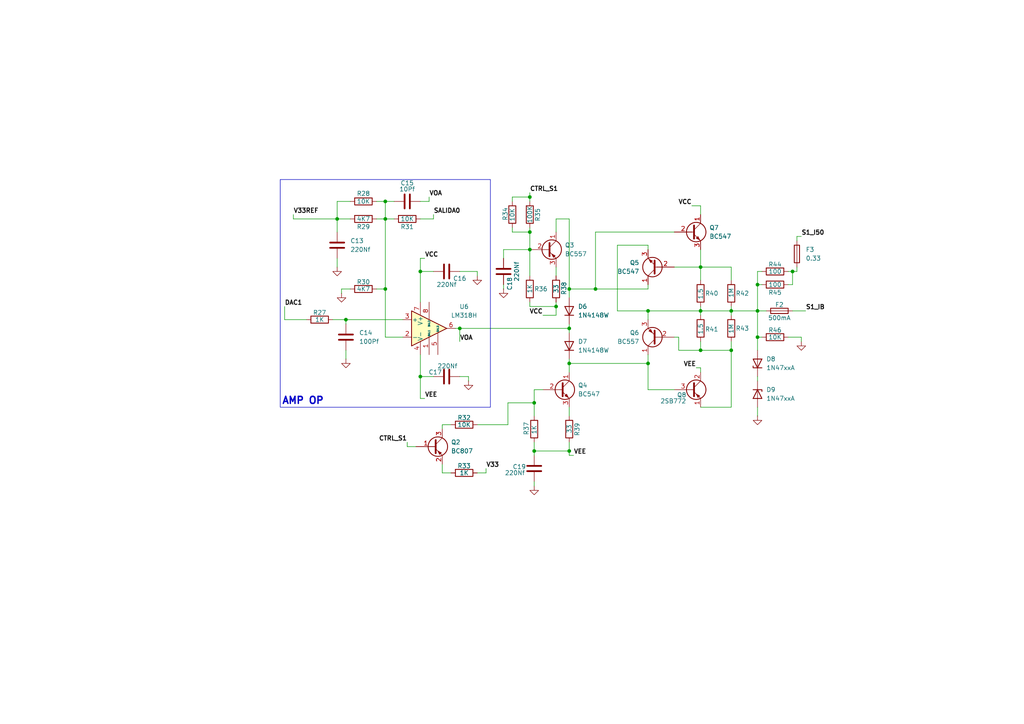
<source format=kicad_sch>
(kicad_sch (version 20231120) (generator "eeschema") (generator_version "8.0")
  (paper "A4")
  (lib_symbols
    (symbol "Amplifier_Operational:LM318H" (pin_names (offset 0.127))
      (property "Reference" "U" (at 3.81 3.81 0))
      (property "Value" "LM318H" (at 3.81 -3.81 0))
      (symbol "LM318H_0_1"
        (polyline (pts (xy 5.08 0) (xy -5.08 5.08) (xy -5.08 -5.08) (xy 5.08 0)) (stroke (width 0.254)) (fill (type background)))
      )
      (symbol "LM318H_1_1"
        (pin passive line (at 0 -7.62 90) (length 5.08) (name "BAL1") (number "1"))
        (pin input line (at -7.62 -2.54 0) (length 2.54) (name "-") (number "2"))
        (pin input line (at -7.62 2.54 0) (length 2.54) (name "+") (number "3"))
        (pin power_in line (at -2.54 -7.62 90) (length 3.81) (name "V-") (number "4"))
        (pin passive line (at 2.54 -7.62 90) (length 6.35) (name "BAL3") (number "5"))
        (pin output line (at 7.62 0 180) (length 2.54) (name "~") (number "6"))
        (pin power_in line (at -2.54 7.62 270) (length 3.81) (name "V+") (number "7"))
        (pin passive line (at 0 7.62 270) (length 5.08) (name "BAL2") (number "8"))
      )
    )
    (symbol "Device:C" (pin_numbers hide) (pin_names (offset 0.254))
      (property "Reference" "C" (at 0.635 2.54 0))
      (property "Value" "C" (at 0.635 -2.54 0))
      (symbol "C_0_1"
        (polyline (pts (xy -2.032 -0.762) (xy 2.032 -0.762)) (stroke (width 0.508)))
        (polyline (pts (xy -2.032 0.762) (xy 2.032 0.762)) (stroke (width 0.508)))
      )
      (symbol "C_1_1"
        (pin passive line (at 0 3.81 270) (length 2.794) (name "~") (number "1"))
        (pin passive line (at 0 -3.81 90) (length 2.794) (name "~") (number "2"))
      )
    )
    (symbol "Device:Fuse" (pin_numbers hide) (pin_names (offset 0))
      (property "Reference" "F" (at 2.032 0 90))
      (property "Value" "Fuse" (at -1.905 0 90))
      (symbol "Fuse_0_1"
        (rectangle (start -0.762 -2.54) (end 0.762 2.54) (stroke (width 0.254)))
        (polyline (pts (xy 0 2.54) (xy 0 -2.54)))
      )
      (symbol "Fuse_1_1"
        (pin passive line (at 0 3.81 270) (length 1.27) (name "~") (number "1"))
        (pin passive line (at 0 -3.81 90) (length 1.27) (name "~") (number "2"))
      )
    )
    (symbol "Device:R" (pin_numbers hide) (pin_names (offset 0))
      (property "Reference" "R" (at 2.032 0 90))
      (property "Value" "R" (at 0 0 90))
      (symbol "R_0_1"
        (rectangle (start -1.016 -2.54) (end 1.016 2.54) (stroke (width 0.254)))
      )
      (symbol "R_1_1"
        (pin passive line (at 0 3.81 270) (length 1.27) (name "~") (number "1"))
        (pin passive line (at 0 -3.81 90) (length 1.27) (name "~") (number "2"))
      )
    )
    (symbol "Diode:1N4148" (pin_numbers hide) (pin_names hide)
      (property "Reference" "D" (at 0 2.54 0))
      (property "Value" "1N4148" (at 0 -2.54 0))
      (symbol "1N4148_0_1"
        (polyline (pts (xy -1.27 1.27) (xy -1.27 -1.27)) (stroke (width 0.254)))
        (polyline (pts (xy 1.27 0) (xy -1.27 0)))
        (polyline (pts (xy 1.27 1.27) (xy 1.27 -1.27) (xy -1.27 0) (xy 1.27 1.27)) (stroke (width 0.254)))
      )
      (symbol "1N4148_1_1"
        (pin passive line (at -3.81 0 0) (length 2.54) (name "K") (number "1"))
        (pin passive line (at 3.81 0 180) (length 2.54) (name "A") (number "2"))
      )
    )
    (symbol "Diode:1N47xxA" (pin_numbers hide) (pin_names hide)
      (property "Reference" "D" (at 0 2.54 0))
      (property "Value" "1N47xxA" (at 0 -2.54 0))
      (symbol "1N47xxA_0_1"
        (polyline (pts (xy 1.27 0) (xy -1.27 0)))
        (polyline (pts (xy -1.27 -1.27) (xy -1.27 1.27) (xy -0.762 1.27)) (stroke (width 0.254)))
        (polyline (pts (xy 1.27 -1.27) (xy 1.27 1.27) (xy -1.27 0) (xy 1.27 -1.27)) (stroke (width 0.254)))
      )
      (symbol "1N47xxA_1_1"
        (pin passive line (at -3.81 0 0) (length 2.54) (name "K") (number "1"))
        (pin passive line (at 3.81 0 180) (length 2.54) (name "A") (number "2"))
      )
    )
    (symbol "Transistor_BJT:2SB631" (pin_names (offset 0) hide)
      (property "Reference" "Q" (at 5.08 1.905 0))
      (property "Value" "2SB631" (at 5.08 0 0))
      (symbol "2SB631_0_1"
        (polyline (pts (xy 0 0) (xy 0.635 0)))
        (polyline (pts (xy 2.54 -2.54) (xy 0.635 -0.635)))
        (polyline (pts (xy 2.54 2.54) (xy 0.635 0.635)))
        (polyline (pts (xy 0.635 1.905) (xy 0.635 -1.905) (xy 0.635 -1.905)) (stroke (width 0.508)) (fill (type outline)))
        (polyline (pts (xy 1.778 -2.286) (xy 2.286 -1.778) (xy 1.27 -1.27) (xy 1.778 -2.286) (xy 1.778 -2.286)) (fill (type outline)))
        (circle (center 1.27 0) (radius 2.8194) (stroke (width 0.254)))
      )
      (symbol "2SB631_1_1"
        (pin passive line (at 2.54 -5.08 90) (length 2.54) (name "E") (number "1"))
        (pin passive line (at 2.54 5.08 270) (length 2.54) (name "C") (number "2"))
        (pin input line (at -5.08 0 0) (length 5.08) (name "B") (number "3"))
      )
    )
    (symbol "Transistor_BJT:BC547" (pin_names (offset 0) hide)
      (property "Reference" "Q" (at 5.08 1.905 0))
      (property "Value" "BC547" (at 5.08 0 0))
      (symbol "BC547_0_1"
        (polyline (pts (xy 0 0) (xy 0.635 0)))
        (polyline (pts (xy 0.635 0.635) (xy 2.54 2.54)))
        (polyline (pts (xy 0.635 -0.635) (xy 2.54 -2.54) (xy 2.54 -2.54)))
        (polyline (pts (xy 0.635 1.905) (xy 0.635 -1.905) (xy 0.635 -1.905)) (stroke (width 0.508)))
        (polyline (pts (xy 1.27 -1.778) (xy 1.778 -1.27) (xy 2.286 -2.286) (xy 1.27 -1.778) (xy 1.27 -1.778)) (fill (type outline)))
        (circle (center 1.27 0) (radius 2.8194) (stroke (width 0.254)))
      )
      (symbol "BC547_1_1"
        (pin passive line (at 2.54 5.08 270) (length 2.54) (name "C") (number "1"))
        (pin input line (at -5.08 0 0) (length 5.08) (name "B") (number "2"))
        (pin passive line (at 2.54 -5.08 90) (length 2.54) (name "E") (number "3"))
      )
    )
    (symbol "Transistor_BJT:BC557" (pin_names (offset 0) hide)
      (property "Reference" "Q" (at 5.08 1.905 0))
      (property "Value" "BC557" (at 5.08 0 0))
      (symbol "BC557_0_1"
        (polyline (pts (xy 0.635 0.635) (xy 2.54 2.54)))
        (polyline (pts (xy 0.635 -0.635) (xy 2.54 -2.54) (xy 2.54 -2.54)))
        (polyline (pts (xy 0.635 1.905) (xy 0.635 -1.905) (xy 0.635 -1.905)) (stroke (width 0.508)))
        (polyline (pts (xy 2.286 -1.778) (xy 1.778 -2.286) (xy 1.27 -1.27) (xy 2.286 -1.778) (xy 2.286 -1.778)) (fill (type outline)))
        (circle (center 1.27 0) (radius 2.8194) (stroke (width 0.254)))
      )
      (symbol "BC557_1_1"
        (pin passive line (at 2.54 5.08 270) (length 2.54) (name "C") (number "1"))
        (pin input line (at -5.08 0 0) (length 5.715) (name "B") (number "2"))
        (pin passive line (at 2.54 -5.08 90) (length 2.54) (name "E") (number "3"))
      )
    )
    (symbol "Transistor_BJT:BC807" (pin_names (offset 0) hide)
      (property "Reference" "Q" (at 5.08 1.905 0))
      (property "Value" "BC807" (at 5.08 0 0))
      (symbol "BC807_0_1"
        (polyline (pts (xy 0.635 0.635) (xy 2.54 2.54)))
        (polyline (pts (xy 0.635 -0.635) (xy 2.54 -2.54) (xy 2.54 -2.54)))
        (polyline (pts (xy 0.635 1.905) (xy 0.635 -1.905) (xy 0.635 -1.905)) (stroke (width 0.508)))
        (polyline (pts (xy 2.286 -1.778) (xy 1.778 -2.286) (xy 1.27 -1.27) (xy 2.286 -1.778) (xy 2.286 -1.778)) (fill (type outline)))
        (circle (center 1.27 0) (radius 2.8194) (stroke (width 0.254)))
      )
      (symbol "BC807_1_1"
        (pin input line (at -5.08 0 0) (length 5.715) (name "B") (number "1"))
        (pin passive line (at 2.54 -5.08 90) (length 2.54) (name "E") (number "2"))
        (pin passive line (at 2.54 5.08 270) (length 2.54) (name "C") (number "3"))
      )
    )
    (symbol "power:GND" (power) (pin_numbers hide) (pin_names (offset 0) hide)
      (property "Value" "GND" (at 0 -3.81 0))
      (symbol "GND_0_1"
        (polyline (pts (xy 0 0) (xy 0 -1.27) (xy 1.27 -1.27) (xy 0 -2.54) (xy -1.27 -1.27) (xy 0 -1.27)))
      )
      (symbol "GND_1_1"
        (pin power_in line (at 0 0 270) (length 0) (name "~") (number "1"))
      )
    )
  )
  (junction (at 154.94 130.81))
  (junction (at 187.96 105.41))
  (junction (at 172.72 83.82))
  (junction (at 219.71 97.79))
  (junction (at 219.71 82.55))
  (junction (at 203.2 101.6))
  (junction (at 165.1 95.25))
  (junction (at 165.1 83.82))
  (junction (at 165.1 105.41))
  (junction (at 212.09 101.6))
  (junction (at 111.76 63.5))
  (junction (at 203.2 77.47))
  (junction (at 203.2 90.17))
  (junction (at 229.87 78.74))
  (junction (at 153.67 67.31))
  (junction (at 100.33 92.71))
  (junction (at 133.35 95.25))
  (junction (at 97.79 63.5))
  (junction (at 154.94 116.84))
  (junction (at 111.76 58.42))
  (junction (at 161.29 88.9))
  (junction (at 121.92 78.74))
  (junction (at 219.71 90.17))
  (junction (at 187.96 90.17))
  (junction (at 153.67 72.39))
  (junction (at 212.09 90.17))
  (junction (at 153.67 57.15))
  (junction (at 165.1 130.81))
  (junction (at 121.92 109.22))
  (junction (at 111.76 83.82))
  (wire (pts (xy 85.09 62.23) (xy 85.09 63.5)))
  (wire (pts (xy 229.87 90.17) (xy 233.68 90.17)))
  (wire (pts (xy 153.67 88.9) (xy 161.29 88.9)))
  (wire (pts (xy 148.59 58.42) (xy 148.59 57.15)))
  (wire (pts (xy 111.76 58.42) (xy 114.3 58.42)))
  (wire (pts (xy 231.14 78.74) (xy 229.87 78.74)))
  (wire (pts (xy 212.09 90.17) (xy 212.09 91.44)))
  (wire (pts (xy 97.79 63.5) (xy 97.79 58.42)))
  (wire (pts (xy 203.2 59.69) (xy 203.2 62.23)))
  (wire (pts (xy 147.32 116.84) (xy 154.94 116.84)))
  (wire (pts (xy 154.94 130.81) (xy 165.1 130.81)))
  (wire (pts (xy 111.76 58.42) (xy 111.76 63.5)))
  (wire (pts (xy 232.41 99.06) (xy 232.41 97.79)))
  (wire (pts (xy 153.67 67.31) (xy 153.67 72.39)))
  (wire (pts (xy 99.06 83.82) (xy 101.6 83.82)))
  (wire (pts (xy 121.92 58.42) (xy 124.46 58.42)))
  (wire (pts (xy 222.25 90.17) (xy 219.71 90.17)))
  (wire (pts (xy 133.35 95.25) (xy 165.1 95.25)))
  (wire (pts (xy 229.87 82.55) (xy 229.87 78.74)))
  (wire (pts (xy 231.14 77.47) (xy 231.14 78.74)))
  (wire (pts (xy 97.79 63.5) (xy 97.79 67.31)))
  (wire (pts (xy 203.2 101.6) (xy 212.09 101.6)))
  (wire (pts (xy 118.11 128.27) (xy 118.11 129.54)))
  (wire (pts (xy 200.66 59.69) (xy 203.2 59.69)))
  (wire (pts (xy 220.98 97.79) (xy 219.71 97.79)))
  (wire (pts (xy 179.07 71.12) (xy 179.07 90.17)))
  (wire (pts (xy 116.84 97.79) (xy 111.76 97.79)))
  (wire (pts (xy 109.22 58.42) (xy 111.76 58.42)))
  (wire (pts (xy 157.48 91.44) (xy 161.29 91.44)))
  (wire (pts (xy 219.71 118.11) (xy 219.71 120.65)))
  (wire (pts (xy 153.67 57.15) (xy 153.67 58.42)))
  (wire (pts (xy 125.73 63.5) (xy 125.73 62.23)))
  (wire (pts (xy 153.67 57.15) (xy 153.67 55.88)))
  (wire (pts (xy 196.85 101.6) (xy 203.2 101.6)))
  (wire (pts (xy 195.58 113.03) (xy 187.96 113.03)))
  (wire (pts (xy 146.05 72.39) (xy 153.67 72.39)))
  (wire (pts (xy 165.1 86.36) (xy 165.1 83.82)))
  (wire (pts (xy 121.92 115.57) (xy 123.19 115.57)))
  (wire (pts (xy 121.92 78.74) (xy 125.73 78.74)))
  (wire (pts (xy 111.76 63.5) (xy 114.3 63.5)))
  (wire (pts (xy 97.79 74.93) (xy 97.79 77.47)))
  (wire (pts (xy 153.67 67.31) (xy 153.67 66.04)))
  (wire (pts (xy 219.71 90.17) (xy 219.71 82.55)))
  (wire (pts (xy 203.2 88.9) (xy 203.2 90.17)))
  (wire (pts (xy 97.79 58.42) (xy 101.6 58.42)))
  (wire (pts (xy 138.43 123.19) (xy 147.32 123.19)))
  (wire (pts (xy 232.41 68.58) (xy 231.14 68.58)))
  (wire (pts (xy 165.1 118.11) (xy 165.1 120.65)))
  (wire (pts (xy 172.72 67.31) (xy 172.72 83.82)))
  (wire (pts (xy 111.76 83.82) (xy 109.22 83.82)))
  (wire (pts (xy 161.29 63.5) (xy 161.29 67.31)))
  (wire (pts (xy 128.27 137.16) (xy 130.81 137.16)))
  (wire (pts (xy 212.09 118.11) (xy 212.09 101.6)))
  (wire (pts (xy 154.94 130.81) (xy 154.94 132.08)))
  (wire (pts (xy 212.09 101.6) (xy 212.09 99.06)))
  (wire (pts (xy 220.98 82.55) (xy 219.71 82.55)))
  (wire (pts (xy 219.71 82.55) (xy 219.71 78.74)))
  (wire (pts (xy 201.93 106.68) (xy 203.2 106.68)))
  (wire (pts (xy 203.2 77.47) (xy 203.2 81.28)))
  (wire (pts (xy 146.05 74.93) (xy 146.05 72.39)))
  (wire (pts (xy 154.94 140.97) (xy 154.94 139.7)))
  (wire (pts (xy 148.59 67.31) (xy 153.67 67.31)))
  (wire (pts (xy 147.32 123.19) (xy 147.32 116.84)))
  (wire (pts (xy 187.96 83.82) (xy 172.72 83.82)))
  (wire (pts (xy 203.2 118.11) (xy 212.09 118.11)))
  (wire (pts (xy 100.33 93.98) (xy 100.33 92.71)))
  (wire (pts (xy 121.92 87.63) (xy 121.92 78.74)))
  (wire (pts (xy 219.71 109.22) (xy 219.71 110.49)))
  (wire (pts (xy 161.29 88.9) (xy 161.29 87.63)))
  (wire (pts (xy 82.55 88.9) (xy 82.55 92.71)))
  (wire (pts (xy 140.97 137.16) (xy 140.97 135.89)))
  (wire (pts (xy 138.43 137.16) (xy 140.97 137.16)))
  (wire (pts (xy 195.58 77.47) (xy 203.2 77.47)))
  (wire (pts (xy 154.94 113.03) (xy 157.48 113.03)))
  (wire (pts (xy 165.1 130.81) (xy 165.1 132.08)))
  (wire (pts (xy 165.1 63.5) (xy 161.29 63.5)))
  (wire (pts (xy 82.55 92.71) (xy 88.9 92.71)))
  (wire (pts (xy 231.14 68.58) (xy 231.14 69.85)))
  (wire (pts (xy 100.33 101.6) (xy 100.33 104.14)))
  (wire (pts (xy 128.27 123.19) (xy 128.27 124.46)))
  (wire (pts (xy 195.58 97.79) (xy 196.85 97.79)))
  (wire (pts (xy 138.43 80.01) (xy 138.43 78.74)))
  (wire (pts (xy 172.72 83.82) (xy 165.1 83.82)))
  (wire (pts (xy 187.96 102.87) (xy 187.96 105.41)))
  (wire (pts (xy 187.96 90.17) (xy 187.96 92.71)))
  (wire (pts (xy 219.71 78.74) (xy 220.98 78.74)))
  (wire (pts (xy 148.59 66.04) (xy 148.59 67.31)))
  (wire (pts (xy 187.96 71.12) (xy 179.07 71.12)))
  (wire (pts (xy 187.96 72.39) (xy 187.96 71.12)))
  (wire (pts (xy 212.09 88.9) (xy 212.09 90.17)))
  (wire (pts (xy 148.59 57.15) (xy 153.67 57.15)))
  (wire (pts (xy 165.1 83.82) (xy 165.1 63.5)))
  (wire (pts (xy 121.92 63.5) (xy 125.73 63.5)))
  (wire (pts (xy 219.71 97.79) (xy 219.71 101.6)))
  (wire (pts (xy 135.89 110.49) (xy 135.89 109.22)))
  (wire (pts (xy 130.81 123.19) (xy 128.27 123.19)))
  (wire (pts (xy 212.09 77.47) (xy 212.09 81.28)))
  (wire (pts (xy 187.96 82.55) (xy 187.96 83.82)))
  (wire (pts (xy 165.1 105.41) (xy 165.1 107.95)))
  (wire (pts (xy 133.35 78.74) (xy 138.43 78.74)))
  (wire (pts (xy 203.2 106.68) (xy 203.2 107.95)))
  (wire (pts (xy 124.46 58.42) (xy 124.46 57.15)))
  (wire (pts (xy 85.09 63.5) (xy 97.79 63.5)))
  (wire (pts (xy 121.92 102.87) (xy 121.92 109.22)))
  (wire (pts (xy 101.6 63.5) (xy 97.79 63.5)))
  (wire (pts (xy 187.96 90.17) (xy 203.2 90.17)))
  (wire (pts (xy 118.11 129.54) (xy 120.65 129.54)))
  (wire (pts (xy 203.2 72.39) (xy 203.2 77.47)))
  (wire (pts (xy 203.2 90.17) (xy 212.09 90.17)))
  (wire (pts (xy 212.09 90.17) (xy 219.71 90.17)))
  (wire (pts (xy 121.92 74.93) (xy 123.19 74.93)))
  (wire (pts (xy 154.94 128.27) (xy 154.94 130.81)))
  (wire (pts (xy 219.71 90.17) (xy 219.71 97.79)))
  (wire (pts (xy 133.35 95.25) (xy 133.35 99.06)))
  (wire (pts (xy 161.29 91.44) (xy 161.29 88.9)))
  (wire (pts (xy 154.94 116.84) (xy 154.94 113.03)))
  (wire (pts (xy 228.6 97.79) (xy 232.41 97.79)))
  (wire (pts (xy 111.76 63.5) (xy 111.76 83.82)))
  (wire (pts (xy 203.2 77.47) (xy 212.09 77.47)))
  (wire (pts (xy 228.6 82.55) (xy 229.87 82.55)))
  (wire (pts (xy 146.05 82.55) (xy 146.05 83.82)))
  (wire (pts (xy 165.1 104.14) (xy 165.1 105.41)))
  (wire (pts (xy 128.27 134.62) (xy 128.27 137.16)))
  (wire (pts (xy 132.08 95.25) (xy 133.35 95.25)))
  (wire (pts (xy 121.92 109.22) (xy 121.92 115.57)))
  (wire (pts (xy 203.2 99.06) (xy 203.2 101.6)))
  (wire (pts (xy 154.94 120.65) (xy 154.94 116.84)))
  (wire (pts (xy 121.92 78.74) (xy 121.92 74.93)))
  (wire (pts (xy 135.89 109.22) (xy 133.35 109.22)))
  (wire (pts (xy 165.1 128.27) (xy 165.1 130.81)))
  (wire (pts (xy 153.67 87.63) (xy 153.67 88.9)))
  (wire (pts (xy 187.96 113.03) (xy 187.96 105.41)))
  (wire (pts (xy 179.07 90.17) (xy 187.96 90.17)))
  (wire (pts (xy 228.6 78.74) (xy 229.87 78.74)))
  (wire (pts (xy 165.1 105.41) (xy 187.96 105.41)))
  (wire (pts (xy 203.2 90.17) (xy 203.2 91.44)))
  (wire (pts (xy 100.33 92.71) (xy 116.84 92.71)))
  (wire (pts (xy 161.29 77.47) (xy 161.29 80.01)))
  (wire (pts (xy 121.92 109.22) (xy 125.73 109.22)))
  (wire (pts (xy 109.22 63.5) (xy 111.76 63.5)))
  (wire (pts (xy 195.58 67.31) (xy 172.72 67.31)))
  (wire (pts (xy 165.1 93.98) (xy 165.1 95.25)))
  (wire (pts (xy 196.85 97.79) (xy 196.85 101.6)))
  (wire (pts (xy 111.76 97.79) (xy 111.76 83.82)))
  (wire (pts (xy 165.1 132.08) (xy 166.37 132.08)))
  (wire (pts (xy 165.1 95.25) (xy 165.1 96.52)))
  (wire (pts (xy 99.06 85.09) (xy 99.06 83.82)))
  (wire (pts (xy 153.67 72.39) (xy 153.67 80.01)))
  (wire (pts (xy 96.52 92.71) (xy 100.33 92.71)))
  (rectangle (start 81.28 52.07) (end 142.24 118.11))
  (text "AMP OP" (at 87.884 116.332 0) (effects (font (size 2.032 2.032) (thickness 0.4064) (bold yes))))
  (label "VEE" (at 166.37 132.08 0) (effects (font (bold yes))))
  (label "VCC" (at 123.19 74.93 0) (effects (font (bold yes))))
  (label "VEE" (at 201.93 106.68 180) (effects (font (bold yes))))
  (label "VOA" (at 124.46 57.15 0) (effects (font (bold yes))))
  (label "S1_I50" (at 232.41 68.58 0) (effects (font (bold yes))))
  (label "S1_IB" (at 233.68 90.17 0) (effects (font (bold yes))))
  (label "DAC1" (at 82.55 88.9 0) (effects (font (bold yes))))
  (label "SALIDA0" (at 125.73 62.23 0) (effects (font (bold yes))))
  (label "VCC" (at 200.66 59.69 180) (effects (font (bold yes))))
  (label "V33REF" (at 85.09 62.23 0) (effects (font (bold yes))))
  (label "CTRL_S1" (at 153.67 55.88 0) (effects (font (bold yes))))
  (label "CTRL_S1" (at 118.11 128.27 180) (effects (font (bold yes))))
  (label "VEE" (at 123.19 115.57 0) (effects (font (bold yes))))
  (label "VCC" (at 157.48 91.44 180) (effects (font (bold yes))))
  (label "V33" (at 140.97 135.89 0) (effects (font (bold yes))))
  (label "VOA" (at 133.35 99.06 0) (effects (font (bold yes))))
  (symbol (lib_id "Device:C") (at 100.33 97.79 0) (unit 1)
    (property "Reference" "C14" (at 104.14 96.5199 0) (effects (justify left)))
    (property "Value" "100Pf" (at 104.14 99.0599 0) (effects (justify left)))
    (property "Description" "Unpolarized capacitor" (effects (hide yes)))
  )
  (symbol (lib_id "Transistor_BJT:BC547") (at 162.56 113.03 0) (unit 1)
    (property "Reference" "Q4" (at 167.64 111.7599 0) (effects (justify left)))
    (property "Value" "BC547" (at 167.64 114.2999 0) (effects (justify left)))
    (property "Footprint" "Package_TO_SOT_THT:TO-92_Inline" (effects (hide yes)))
    (property "Datasheet" "https://www.onsemi.com/pub/Collateral/BC550-D.pdf" (effects (hide yes)))
    (property "Description" "0.1A Ic, 45V Vce, Small Signal NPN Transistor, TO-92" (effects (hide yes)))
  )
  (symbol (lib_id "Device:R") (at 154.94 124.46 0) (unit 1)
    (property "Reference" "R37" (at 152.654 126.238 90) (effects (justify left)))
    (property "Value" "1K" (at 154.94 125.984 90) (effects (justify left)))
    (property "Description" "Resistor" (effects (hide yes)))
  )
  (symbol (lib_id "Device:R") (at 105.41 63.5 90) (unit 1)
    (property "Reference" "R29" (at 105.41 65.786 90))
    (property "Value" "4K7" (at 105.41 63.5 90))
    (property "Description" "Resistor" (effects (hide yes)))
  )
  (symbol (lib_id "power:GND") (at 100.33 104.14 0) (unit 1)
    (property "Reference" "#PWR024" (effects (hide yes)))
    (property "Value" "GND" (effects (hide yes)))
    (property "Description" "Power symbol creates a global label with name \"GND\" , ground" (effects (hide yes)))
  )
  (symbol (lib_id "Transistor_BJT:BC547") (at 190.5 77.47 180) (unit 1)
    (property "Reference" "Q5" (at 185.42 76.1999 0) (effects (justify left)))
    (property "Value" "BC547" (at 185.42 78.7399 0) (effects (justify left)))
    (property "Footprint" "Package_TO_SOT_THT:TO-92_Inline" (effects (hide yes)))
    (property "Datasheet" "https://www.onsemi.com/pub/Collateral/BC550-D.pdf" (effects (hide yes)))
    (property "Description" "0.1A Ic, 45V Vce, Small Signal NPN Transistor, TO-92" (effects (hide yes)))
  )
  (symbol (lib_id "Device:Fuse") (at 226.06 90.17 90) (unit 1)
    (property "Reference" "F2" (at 226.06 88.392 90))
    (property "Value" "500mA" (at 226.06 92.202 90))
    (property "Footprint" "Fuse:Fuse_1812_4532Metric" (effects (hide yes)))
    (property "Description" "Fuse" (effects (hide yes)))
  )
  (symbol (lib_id "Device:C") (at 129.54 109.22 90) (unit 1)
    (property "Reference" "C17" (at 126.238 107.95 90))
    (property "Value" "220Nf" (at 129.794 106.172 90))
    (property "Description" "Unpolarized capacitor" (effects (hide yes)))
  )
  (symbol (lib_id "Amplifier_Operational:LM318H") (at 124.46 95.25 0) (unit 1)
    (property "Reference" "U6" (at 134.62 88.9314 0))
    (property "Value" "LM318H" (at 134.62 91.4714 0))
    (property "Datasheet" "http://www.ti.com/lit/ds/symlink/lm318-n.pdf" (effects (hide yes)))
    (property "Description" "Operational Amplifier, TO-99-8" (effects (hide yes)))
  )
  (symbol (lib_id "power:GND") (at 146.05 83.82 0) (unit 1)
    (property "Reference" "#PWR027" (effects (hide yes)))
    (property "Value" "GND" (effects (hide yes)))
    (property "Description" "Power symbol creates a global label with name \"GND\" , ground" (effects (hide yes)))
  )
  (symbol (lib_id "Device:R") (at 212.09 95.25 0) (unit 1)
    (property "Reference" "R43" (at 213.36 95.25 0) (effects (justify left)))
    (property "Value" "1M" (at 212.09 96.774 90) (effects (justify left)))
    (property "Description" "Resistor" (effects (hide yes)))
  )
  (symbol (lib_id "Device:C") (at 118.11 58.42 90) (unit 1)
    (property "Reference" "C15" (at 118.11 53.086 90))
    (property "Value" "10Pf" (at 118.11 54.864 90))
    (property "Description" "Unpolarized capacitor" (effects (hide yes)))
  )
  (symbol (lib_id "Device:R") (at 203.2 85.09 0) (unit 1)
    (property "Reference" "R40" (at 204.47 85.09 0) (effects (justify left)))
    (property "Value" "1.5" (at 203.2 86.868 90) (effects (justify left)))
    (property "Description" "Resistor" (effects (hide yes)))
  )
  (symbol (lib_id "Device:R") (at 212.09 85.09 0) (unit 1)
    (property "Reference" "R42" (at 213.36 85.09 0) (effects (justify left)))
    (property "Value" "1M" (at 212.09 86.36 90) (effects (justify left)))
    (property "Description" "Resistor" (effects (hide yes)))
  )
  (symbol (lib_id "Transistor_BJT:BC807") (at 125.73 129.54 0) (unit 1)
    (property "Reference" "Q2" (at 130.81 128.2699 0) (effects (justify left)))
    (property "Value" "BC807" (at 130.81 130.8099 0) (effects (justify left)))
    (property "Footprint" "Package_TO_SOT_SMD:SOT-23" (effects (hide yes)))
    (property "Datasheet" "https://www.onsemi.com/pub/Collateral/BC808-D.pdf" (effects (hide yes)))
    (property "Description" "0.8A Ic, 45V Vce, PNP Transistor, SOT-23" (effects (hide yes)))
  )
  (symbol (lib_id "Device:C") (at 129.54 78.74 270) (unit 1)
    (property "Reference" "C16" (at 133.35 80.772 90))
    (property "Value" "220Nf" (at 129.54 82.55 90))
    (property "Description" "Unpolarized capacitor" (effects (hide yes)))
  )
  (symbol (lib_id "Device:C") (at 154.94 135.89 0) (unit 1)
    (property "Reference" "C19" (at 150.622 135.382 0))
    (property "Value" "220Nf" (at 149.352 137.16 0))
    (property "Description" "Unpolarized capacitor" (effects (hide yes)))
  )
  (symbol (lib_id "power:GND") (at 138.43 80.01 0) (unit 1)
    (property "Reference" "#PWR026" (effects (hide yes)))
    (property "Value" "GND" (effects (hide yes)))
    (property "Description" "Power symbol creates a global label with name \"GND\" , ground" (effects (hide yes)))
  )
  (symbol (lib_id "power:GND") (at 154.94 140.97 0) (unit 1)
    (property "Reference" "#PWR028" (effects (hide yes)))
    (property "Value" "GND" (effects (hide yes)))
    (property "Description" "Power symbol creates a global label with name \"GND\" , ground" (effects (hide yes)))
  )
  (symbol (lib_id "Device:R") (at 224.79 78.74 90) (unit 1)
    (property "Reference" "R44" (at 224.79 76.708 90))
    (property "Value" "100" (at 224.79 78.74 90))
    (property "Description" "Resistor" (effects (hide yes)))
  )
  (symbol (lib_id "Diode:1N47xxA") (at 219.71 105.41 90) (unit 1)
    (property "Reference" "D8" (at 222.25 104.1399 90) (effects (justify right)))
    (property "Value" "1N47xxA" (at 222.25 106.6799 90) (effects (justify right)))
    (property "Footprint" "Diode_THT:D_DO-41_SOD81_P10.16mm_Horizontal" (effects (hide yes)))
    (property "Datasheet" "https://www.vishay.com/docs/85816/1n4728a.pdf" (effects (hide yes)))
    (property "Description" "1300mW Silicon planar power Zener diodes, DO-41" (effects (hide yes)))
  )
  (symbol (lib_id "Device:R") (at 161.29 83.82 0) (unit 1)
    (property "Reference" "R38" (at 163.576 85.598 90) (effects (justify left)))
    (property "Value" "33" (at 161.29 85.09 90) (effects (justify left)))
    (property "Description" "Resistor" (effects (hide yes)))
  )
  (symbol (lib_id "Transistor_BJT:BC557") (at 158.75 72.39 0) (unit 1)
    (property "Reference" "Q3" (at 163.83 71.1199 0) (effects (justify left)))
    (property "Value" "BC557" (at 163.83 73.6599 0) (effects (justify left)))
    (property "Footprint" "Package_TO_SOT_THT:TO-92_Inline" (effects (hide yes)))
    (property "Datasheet" "https://www.onsemi.com/pub/Collateral/BC556BTA-D.pdf" (effects (hide yes)))
    (property "Description" "0.1A Ic, 45V Vce, PNP Small Signal Transistor, TO-92" (effects (hide yes)))
  )
  (symbol (lib_id "Transistor_BJT:BC557") (at 190.5 97.79 180) (unit 1)
    (property "Reference" "Q6" (at 185.42 96.5199 0) (effects (justify left)))
    (property "Value" "BC557" (at 185.42 99.0599 0) (effects (justify left)))
    (property "Footprint" "Package_TO_SOT_THT:TO-92_Inline" (effects (hide yes)))
    (property "Datasheet" "https://www.onsemi.com/pub/Collateral/BC556BTA-D.pdf" (effects (hide yes)))
    (property "Description" "0.1A Ic, 45V Vce, PNP Small Signal Transistor, TO-92" (effects (hide yes)))
  )
  (symbol (lib_id "Device:C") (at 97.79 71.12 0) (unit 1)
    (property "Reference" "C13" (at 101.6 69.8499 0) (effects (justify left)))
    (property "Value" "220Nf" (at 101.6 72.3899 0) (effects (justify left)))
    (property "Description" "Unpolarized capacitor" (effects (hide yes)))
  )
  (symbol (lib_id "Device:Fuse") (at 231.14 73.66 0) (unit 1)
    (property "Reference" "F3" (at 233.68 72.3899 0) (effects (justify left)))
    (property "Value" "0.33" (at 233.68 74.9299 0) (effects (justify left)))
    (property "Description" "Fuse" (effects (hide yes)))
  )
  (symbol (lib_id "Device:R") (at 224.79 82.55 90) (unit 1)
    (property "Reference" "R45" (at 224.79 84.836 90))
    (property "Value" "100" (at 224.79 82.55 90))
    (property "Description" "Resistor" (effects (hide yes)))
  )
  (symbol (lib_id "Device:R") (at 105.41 58.42 90) (unit 1)
    (property "Reference" "R28" (at 105.41 56.134 90))
    (property "Value" "10K" (at 105.41 58.42 90))
    (property "Description" "Resistor" (effects (hide yes)))
  )
  (symbol (lib_id "Device:R") (at 148.59 62.23 0) (unit 1)
    (property "Reference" "R34" (at 146.558 64.008 90) (effects (justify left)))
    (property "Value" "10K" (at 148.59 64.262 90) (effects (justify left)))
    (property "Description" "Resistor" (effects (hide yes)))
  )
  (symbol (lib_id "Device:R") (at 105.41 83.82 90) (unit 1)
    (property "Reference" "R30" (at 105.41 81.788 90))
    (property "Value" "4K7" (at 105.41 83.82 90))
    (property "Description" "Resistor" (effects (hide yes)))
  )
  (symbol (lib_id "Diode:1N47xxA") (at 219.71 114.3 270) (unit 1)
    (property "Reference" "D9" (at 222.25 113.0299 90) (effects (justify left)))
    (property "Value" "1N47xxA" (at 222.25 115.5699 90) (effects (justify left)))
    (property "Footprint" "Diode_THT:D_DO-41_SOD81_P10.16mm_Horizontal" (effects (hide yes)))
    (property "Datasheet" "https://www.vishay.com/docs/85816/1n4728a.pdf" (effects (hide yes)))
    (property "Description" "1300mW Silicon planar power Zener diodes, DO-41" (effects (hide yes)))
  )
  (symbol (lib_id "Transistor_BJT:2SB631") (at 200.66 113.03 0) (unit 1)
    (property "Reference" "Q8" (at 196.342 114.554 0) (effects (justify left)))
    (property "Value" "2SB772" (at 191.516 116.332 0) (effects (justify left)))
    (property "Footprint" "Package_TO_SOT_THT:TO-126-3_Vertical" (effects (hide yes)))
    (property "Datasheet" "http://pdf.datasheetcatalog.com/datasheet/sanyo/ds_pdf_e/2SB631.pdf" (effects (hide yes)))
    (property "Description" "-1A Ic, -100V Vce, High Voltage Power PNP Transistor, TO-126" (effects (hide yes)))
  )
  (symbol (lib_id "power:GND") (at 135.89 110.49 0) (unit 1)
    (property "Reference" "#PWR025" (effects (hide yes)))
    (property "Value" "GND" (effects (hide yes)))
    (property "Description" "Power symbol creates a global label with name \"GND\" , ground" (effects (hide yes)))
  )
  (symbol (lib_id "Device:R") (at 153.67 62.23 0) (unit 1)
    (property "Reference" "R35" (at 155.956 64.262 90) (effects (justify left)))
    (property "Value" "100K" (at 153.67 64.77 90) (effects (justify left)))
    (property "Description" "Resistor" (effects (hide yes)))
  )
  (symbol (lib_id "Device:R") (at 118.11 63.5 90) (unit 1)
    (property "Reference" "R31" (at 118.11 65.786 90))
    (property "Value" "10K" (at 118.11 63.5 90))
    (property "Description" "Resistor" (effects (hide yes)))
  )
  (symbol (lib_id "Device:R") (at 134.62 123.19 90) (unit 1)
    (property "Reference" "R32" (at 134.62 121.158 90))
    (property "Value" "10K" (at 134.62 123.19 90))
    (property "Description" "Resistor" (effects (hide yes)))
  )
  (symbol (lib_id "Diode:1N4148") (at 165.1 100.33 90) (unit 1)
    (property "Reference" "D7" (at 167.64 99.0599 90) (effects (justify right)))
    (property "Value" "1N4148W" (at 167.64 101.5999 90) (effects (justify right)))
    (property "Footprint" "Diode_THT:D_DO-35_SOD27_P7.62mm_Horizontal" (effects (hide yes)))
    (property "Datasheet" "https://assets.nexperia.com/documents/data-sheet/1N4148_1N4448.pdf" (effects (hide yes)))
    (property "Description" "100V 0.15A standard switching diode, DO-35" (effects (hide yes)))
    (property "Sim.Device" "D" (effects (hide yes)))
    (property "Sim.Pins" "1=K 2=A" (effects (hide yes)))
  )
  (symbol (lib_id "Diode:1N4148") (at 165.1 90.17 90) (unit 1)
    (property "Reference" "D6" (at 167.64 88.8999 90) (effects (justify right)))
    (property "Value" "1N4148W" (at 167.64 91.4399 90) (effects (justify right)))
    (property "Footprint" "Diode_THT:D_DO-35_SOD27_P7.62mm_Horizontal" (effects (hide yes)))
    (property "Datasheet" "https://assets.nexperia.com/documents/data-sheet/1N4148_1N4448.pdf" (effects (hide yes)))
    (property "Description" "100V 0.15A standard switching diode, DO-35" (effects (hide yes)))
    (property "Sim.Device" "D" (effects (hide yes)))
    (property "Sim.Pins" "1=K 2=A" (effects (hide yes)))
  )
  (symbol (lib_id "Transistor_BJT:BC547") (at 200.66 67.31 0) (unit 1)
    (property "Reference" "Q7" (at 205.74 66.0399 0) (effects (justify left)))
    (property "Value" "BC547" (at 205.74 68.5799 0) (effects (justify left)))
    (property "Footprint" "Package_TO_SOT_THT:TO-92_Inline" (effects (hide yes)))
    (property "Datasheet" "https://www.onsemi.com/pub/Collateral/BC550-D.pdf" (effects (hide yes)))
    (property "Description" "0.1A Ic, 45V Vce, Small Signal NPN Transistor, TO-92" (effects (hide yes)))
  )
  (symbol (lib_id "power:GND") (at 97.79 77.47 0) (unit 1)
    (property "Reference" "#PWR022" (effects (hide yes)))
    (property "Value" "GND" (effects (hide yes)))
    (property "Description" "Power symbol creates a global label with name \"GND\" , ground" (effects (hide yes)))
  )
  (symbol (lib_id "Device:R") (at 92.71 92.71 90) (unit 1)
    (property "Reference" "R27" (at 92.71 90.678 90))
    (property "Value" "1K" (at 92.71 92.71 90))
    (property "Description" "Resistor" (effects (hide yes)))
  )
  (symbol (lib_id "power:GND") (at 219.71 120.65 0) (unit 1)
    (property "Reference" "#PWR029" (effects (hide yes)))
    (property "Value" "GND" (effects (hide yes)))
    (property "Description" "Power symbol creates a global label with name \"GND\" , ground" (effects (hide yes)))
  )
  (symbol (lib_id "Device:C") (at 146.05 78.74 0) (unit 1)
    (property "Reference" "C18" (at 147.828 82.296 90))
    (property "Value" "220Nf" (at 149.86 78.74 90))
    (property "Description" "Unpolarized capacitor" (effects (hide yes)))
  )
  (symbol (lib_id "power:GND") (at 232.41 99.06 0) (unit 1)
    (property "Reference" "#PWR030" (effects (hide yes)))
    (property "Value" "GND" (effects (hide yes)))
    (property "Description" "Power symbol creates a global label with name \"GND\" , ground" (effects (hide yes)))
  )
  (symbol (lib_id "Device:R") (at 134.62 137.16 90) (unit 1)
    (property "Reference" "R33" (at 134.62 135.128 90))
    (property "Value" "1K" (at 134.62 137.16 90))
    (property "Description" "Resistor" (effects (hide yes)))
  )
  (symbol (lib_id "Device:R") (at 224.79 97.79 90) (unit 1)
    (property "Reference" "R46" (at 224.79 95.758 90))
    (property "Value" "10K" (at 224.79 97.79 90))
    (property "Description" "Resistor" (effects (hide yes)))
  )
  (symbol (lib_id "power:GND") (at 99.06 85.09 0) (unit 1)
    (property "Reference" "#PWR023" (effects (hide yes)))
    (property "Value" "GND" (effects (hide yes)))
    (property "Description" "Power symbol creates a global label with name \"GND\" , ground" (effects (hide yes)))
  )
  (symbol (lib_id "Device:R") (at 203.2 95.25 0) (unit 1)
    (property "Reference" "R41" (at 204.47 95.504 0) (effects (justify left)))
    (property "Value" "1.5" (at 203.2 97.028 90) (effects (justify left)))
    (property "Description" "Resistor" (effects (hide yes)))
  )
  (symbol (lib_id "Device:R") (at 153.67 83.82 0) (unit 1)
    (property "Reference" "R36" (at 154.94 83.82 0) (effects (justify left)))
    (property "Value" "1K" (at 153.67 85.09 90) (effects (justify left)))
    (property "Description" "Resistor" (effects (hide yes)))
  )
  (symbol (lib_id "Device:R") (at 165.1 124.46 0) (unit 1)
    (property "Reference" "R39" (at 167.386 126.492 90) (effects (justify left)))
    (property "Value" "33" (at 165.1 125.73 90) (effects (justify left)))
    (property "Description" "Resistor" (effects (hide yes)))
  )
)
</source>
